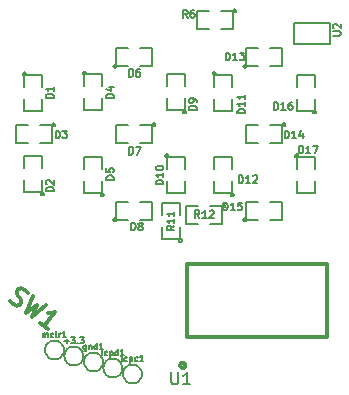
<source format=gto>
G04 (created by PCBNEW-RS274X (2012-01-19 BZR 3256)-stable) date 8/30/2012 9:43:42 AM*
G01*
G70*
G90*
%MOIN*%
G04 Gerber Fmt 3.4, Leading zero omitted, Abs format*
%FSLAX34Y34*%
G04 APERTURE LIST*
%ADD10C,0.006000*%
%ADD11C,0.005000*%
%ADD12C,0.012000*%
%ADD13C,0.008000*%
G04 APERTURE END LIST*
G54D10*
G54D11*
X39576Y-30949D02*
X39576Y-31649D01*
X39576Y-31649D02*
X38376Y-31649D01*
X38376Y-31649D02*
X38376Y-30949D01*
X38376Y-30949D02*
X39576Y-30949D01*
G54D12*
X34756Y-42365D02*
X34754Y-42380D01*
X34750Y-42395D01*
X34742Y-42408D01*
X34733Y-42420D01*
X34721Y-42430D01*
X34707Y-42437D01*
X34692Y-42442D01*
X34677Y-42443D01*
X34663Y-42442D01*
X34648Y-42438D01*
X34634Y-42431D01*
X34622Y-42421D01*
X34612Y-42409D01*
X34605Y-42396D01*
X34600Y-42381D01*
X34599Y-42366D01*
X34600Y-42351D01*
X34604Y-42336D01*
X34611Y-42323D01*
X34621Y-42311D01*
X34632Y-42301D01*
X34646Y-42293D01*
X34661Y-42288D01*
X34676Y-42287D01*
X34690Y-42288D01*
X34705Y-42292D01*
X34719Y-42299D01*
X34731Y-42308D01*
X34741Y-42320D01*
X34749Y-42333D01*
X34754Y-42348D01*
X34755Y-42363D01*
X34756Y-42365D01*
X34835Y-38979D02*
X34835Y-41420D01*
X34835Y-41420D02*
X39481Y-41420D01*
X39481Y-41420D02*
X39481Y-38979D01*
X39481Y-38979D02*
X34835Y-38979D01*
G54D11*
X39130Y-33918D02*
X39129Y-33927D01*
X39126Y-33937D01*
X39121Y-33945D01*
X39115Y-33953D01*
X39107Y-33959D01*
X39099Y-33964D01*
X39090Y-33966D01*
X39080Y-33967D01*
X39071Y-33967D01*
X39062Y-33964D01*
X39053Y-33959D01*
X39046Y-33953D01*
X39039Y-33946D01*
X39035Y-33937D01*
X39032Y-33928D01*
X39031Y-33918D01*
X39031Y-33909D01*
X39034Y-33900D01*
X39038Y-33891D01*
X39045Y-33884D01*
X39052Y-33877D01*
X39060Y-33873D01*
X39070Y-33870D01*
X39079Y-33869D01*
X39088Y-33869D01*
X39098Y-33872D01*
X39106Y-33876D01*
X39114Y-33882D01*
X39120Y-33890D01*
X39125Y-33898D01*
X39128Y-33907D01*
X39129Y-33917D01*
X39130Y-33918D01*
X39080Y-33468D02*
X39080Y-33868D01*
X39080Y-33868D02*
X38480Y-33868D01*
X38480Y-33868D02*
X38480Y-33468D01*
X38480Y-33068D02*
X38480Y-32668D01*
X38480Y-32668D02*
X39080Y-32668D01*
X39080Y-32668D02*
X39080Y-33068D01*
X36450Y-30550D02*
X36449Y-30559D01*
X36446Y-30569D01*
X36441Y-30577D01*
X36435Y-30585D01*
X36427Y-30591D01*
X36419Y-30596D01*
X36410Y-30598D01*
X36400Y-30599D01*
X36391Y-30599D01*
X36382Y-30596D01*
X36373Y-30591D01*
X36366Y-30585D01*
X36359Y-30578D01*
X36355Y-30569D01*
X36352Y-30560D01*
X36351Y-30550D01*
X36351Y-30541D01*
X36354Y-30532D01*
X36358Y-30523D01*
X36365Y-30516D01*
X36372Y-30509D01*
X36380Y-30505D01*
X36390Y-30502D01*
X36399Y-30501D01*
X36408Y-30501D01*
X36418Y-30504D01*
X36426Y-30508D01*
X36434Y-30514D01*
X36440Y-30522D01*
X36445Y-30530D01*
X36448Y-30539D01*
X36449Y-30549D01*
X36450Y-30550D01*
X35950Y-30550D02*
X36350Y-30550D01*
X36350Y-30550D02*
X36350Y-31150D01*
X36350Y-31150D02*
X35950Y-31150D01*
X35550Y-31150D02*
X35150Y-31150D01*
X35150Y-31150D02*
X35150Y-30550D01*
X35150Y-30550D02*
X35550Y-30550D01*
X38530Y-35374D02*
X38529Y-35383D01*
X38526Y-35393D01*
X38521Y-35401D01*
X38515Y-35409D01*
X38507Y-35415D01*
X38499Y-35420D01*
X38490Y-35422D01*
X38480Y-35423D01*
X38471Y-35423D01*
X38462Y-35420D01*
X38453Y-35415D01*
X38446Y-35409D01*
X38439Y-35402D01*
X38435Y-35393D01*
X38432Y-35384D01*
X38431Y-35374D01*
X38431Y-35365D01*
X38434Y-35356D01*
X38438Y-35347D01*
X38445Y-35340D01*
X38452Y-35333D01*
X38460Y-35329D01*
X38470Y-35326D01*
X38479Y-35325D01*
X38488Y-35325D01*
X38498Y-35328D01*
X38506Y-35332D01*
X38514Y-35338D01*
X38520Y-35346D01*
X38525Y-35354D01*
X38528Y-35363D01*
X38529Y-35373D01*
X38530Y-35374D01*
X38480Y-35824D02*
X38480Y-35424D01*
X38480Y-35424D02*
X39080Y-35424D01*
X39080Y-35424D02*
X39080Y-35824D01*
X39080Y-36224D02*
X39080Y-36624D01*
X39080Y-36624D02*
X38480Y-36624D01*
X38480Y-36624D02*
X38480Y-36224D01*
X34799Y-33917D02*
X34798Y-33926D01*
X34795Y-33936D01*
X34790Y-33944D01*
X34784Y-33952D01*
X34776Y-33958D01*
X34768Y-33963D01*
X34759Y-33965D01*
X34749Y-33966D01*
X34740Y-33966D01*
X34731Y-33963D01*
X34722Y-33958D01*
X34715Y-33952D01*
X34708Y-33945D01*
X34704Y-33936D01*
X34701Y-33927D01*
X34700Y-33917D01*
X34700Y-33908D01*
X34703Y-33899D01*
X34707Y-33890D01*
X34714Y-33883D01*
X34721Y-33876D01*
X34729Y-33872D01*
X34739Y-33869D01*
X34748Y-33868D01*
X34757Y-33868D01*
X34767Y-33871D01*
X34775Y-33875D01*
X34783Y-33881D01*
X34789Y-33889D01*
X34794Y-33897D01*
X34797Y-33906D01*
X34798Y-33916D01*
X34799Y-33917D01*
X34749Y-33467D02*
X34749Y-33867D01*
X34749Y-33867D02*
X34149Y-33867D01*
X34149Y-33867D02*
X34149Y-33467D01*
X34149Y-33067D02*
X34149Y-32667D01*
X34149Y-32667D02*
X34749Y-32667D01*
X34749Y-32667D02*
X34749Y-33067D01*
X29450Y-32650D02*
X29449Y-32659D01*
X29446Y-32669D01*
X29441Y-32677D01*
X29435Y-32685D01*
X29427Y-32691D01*
X29419Y-32696D01*
X29410Y-32698D01*
X29400Y-32699D01*
X29391Y-32699D01*
X29382Y-32696D01*
X29373Y-32691D01*
X29366Y-32685D01*
X29359Y-32678D01*
X29355Y-32669D01*
X29352Y-32660D01*
X29351Y-32650D01*
X29351Y-32641D01*
X29354Y-32632D01*
X29358Y-32623D01*
X29365Y-32616D01*
X29372Y-32609D01*
X29380Y-32605D01*
X29390Y-32602D01*
X29399Y-32601D01*
X29408Y-32601D01*
X29418Y-32604D01*
X29426Y-32608D01*
X29434Y-32614D01*
X29440Y-32622D01*
X29445Y-32630D01*
X29448Y-32639D01*
X29449Y-32649D01*
X29450Y-32650D01*
X29400Y-33100D02*
X29400Y-32700D01*
X29400Y-32700D02*
X30000Y-32700D01*
X30000Y-32700D02*
X30000Y-33100D01*
X30000Y-33500D02*
X30000Y-33900D01*
X30000Y-33900D02*
X29400Y-33900D01*
X29400Y-33900D02*
X29400Y-33500D01*
X30050Y-36650D02*
X30049Y-36659D01*
X30046Y-36669D01*
X30041Y-36677D01*
X30035Y-36685D01*
X30027Y-36691D01*
X30019Y-36696D01*
X30010Y-36698D01*
X30000Y-36699D01*
X29991Y-36699D01*
X29982Y-36696D01*
X29973Y-36691D01*
X29966Y-36685D01*
X29959Y-36678D01*
X29955Y-36669D01*
X29952Y-36660D01*
X29951Y-36650D01*
X29951Y-36641D01*
X29954Y-36632D01*
X29958Y-36623D01*
X29965Y-36616D01*
X29972Y-36609D01*
X29980Y-36605D01*
X29990Y-36602D01*
X29999Y-36601D01*
X30008Y-36601D01*
X30018Y-36604D01*
X30026Y-36608D01*
X30034Y-36614D01*
X30040Y-36622D01*
X30045Y-36630D01*
X30048Y-36639D01*
X30049Y-36649D01*
X30050Y-36650D01*
X30000Y-36200D02*
X30000Y-36600D01*
X30000Y-36600D02*
X29400Y-36600D01*
X29400Y-36600D02*
X29400Y-36200D01*
X29400Y-35800D02*
X29400Y-35400D01*
X29400Y-35400D02*
X30000Y-35400D01*
X30000Y-35400D02*
X30000Y-35800D01*
X30424Y-34345D02*
X30423Y-34354D01*
X30420Y-34364D01*
X30415Y-34372D01*
X30409Y-34380D01*
X30401Y-34386D01*
X30393Y-34391D01*
X30384Y-34393D01*
X30374Y-34394D01*
X30365Y-34394D01*
X30356Y-34391D01*
X30347Y-34386D01*
X30340Y-34380D01*
X30333Y-34373D01*
X30329Y-34364D01*
X30326Y-34355D01*
X30325Y-34345D01*
X30325Y-34336D01*
X30328Y-34327D01*
X30332Y-34318D01*
X30339Y-34311D01*
X30346Y-34304D01*
X30354Y-34300D01*
X30364Y-34297D01*
X30373Y-34296D01*
X30382Y-34296D01*
X30392Y-34299D01*
X30400Y-34303D01*
X30408Y-34309D01*
X30414Y-34317D01*
X30419Y-34325D01*
X30422Y-34334D01*
X30423Y-34344D01*
X30424Y-34345D01*
X29924Y-34345D02*
X30324Y-34345D01*
X30324Y-34345D02*
X30324Y-34945D01*
X30324Y-34945D02*
X29924Y-34945D01*
X29524Y-34945D02*
X29124Y-34945D01*
X29124Y-34945D02*
X29124Y-34345D01*
X29124Y-34345D02*
X29524Y-34345D01*
X31443Y-32617D02*
X31442Y-32626D01*
X31439Y-32636D01*
X31434Y-32644D01*
X31428Y-32652D01*
X31420Y-32658D01*
X31412Y-32663D01*
X31403Y-32665D01*
X31393Y-32666D01*
X31384Y-32666D01*
X31375Y-32663D01*
X31366Y-32658D01*
X31359Y-32652D01*
X31352Y-32645D01*
X31348Y-32636D01*
X31345Y-32627D01*
X31344Y-32617D01*
X31344Y-32608D01*
X31347Y-32599D01*
X31351Y-32590D01*
X31358Y-32583D01*
X31365Y-32576D01*
X31373Y-32572D01*
X31383Y-32569D01*
X31392Y-32568D01*
X31401Y-32568D01*
X31411Y-32571D01*
X31419Y-32575D01*
X31427Y-32581D01*
X31433Y-32589D01*
X31438Y-32597D01*
X31441Y-32606D01*
X31442Y-32616D01*
X31443Y-32617D01*
X31393Y-33067D02*
X31393Y-32667D01*
X31393Y-32667D02*
X31993Y-32667D01*
X31993Y-32667D02*
X31993Y-33067D01*
X31993Y-33467D02*
X31993Y-33867D01*
X31993Y-33867D02*
X31393Y-33867D01*
X31393Y-33867D02*
X31393Y-33467D01*
X32043Y-36673D02*
X32042Y-36682D01*
X32039Y-36692D01*
X32034Y-36700D01*
X32028Y-36708D01*
X32020Y-36714D01*
X32012Y-36719D01*
X32003Y-36721D01*
X31993Y-36722D01*
X31984Y-36722D01*
X31975Y-36719D01*
X31966Y-36714D01*
X31959Y-36708D01*
X31952Y-36701D01*
X31948Y-36692D01*
X31945Y-36683D01*
X31944Y-36673D01*
X31944Y-36664D01*
X31947Y-36655D01*
X31951Y-36646D01*
X31958Y-36639D01*
X31965Y-36632D01*
X31973Y-36628D01*
X31983Y-36625D01*
X31992Y-36624D01*
X32001Y-36624D01*
X32011Y-36627D01*
X32019Y-36631D01*
X32027Y-36637D01*
X32033Y-36645D01*
X32038Y-36653D01*
X32041Y-36662D01*
X32042Y-36672D01*
X32043Y-36673D01*
X31993Y-36223D02*
X31993Y-36623D01*
X31993Y-36623D02*
X31393Y-36623D01*
X31393Y-36623D02*
X31393Y-36223D01*
X31393Y-35823D02*
X31393Y-35423D01*
X31393Y-35423D02*
X31993Y-35423D01*
X31993Y-35423D02*
X31993Y-35823D01*
X32471Y-32386D02*
X32470Y-32395D01*
X32467Y-32405D01*
X32462Y-32413D01*
X32456Y-32421D01*
X32448Y-32427D01*
X32440Y-32432D01*
X32431Y-32434D01*
X32421Y-32435D01*
X32412Y-32435D01*
X32403Y-32432D01*
X32394Y-32427D01*
X32387Y-32421D01*
X32380Y-32414D01*
X32376Y-32405D01*
X32373Y-32396D01*
X32372Y-32386D01*
X32372Y-32377D01*
X32375Y-32368D01*
X32379Y-32359D01*
X32386Y-32352D01*
X32393Y-32345D01*
X32401Y-32341D01*
X32411Y-32338D01*
X32420Y-32337D01*
X32429Y-32337D01*
X32439Y-32340D01*
X32447Y-32344D01*
X32455Y-32350D01*
X32461Y-32358D01*
X32466Y-32366D01*
X32469Y-32375D01*
X32470Y-32385D01*
X32471Y-32386D01*
X32871Y-32386D02*
X32471Y-32386D01*
X32471Y-32386D02*
X32471Y-31786D01*
X32471Y-31786D02*
X32871Y-31786D01*
X33271Y-31786D02*
X33671Y-31786D01*
X33671Y-31786D02*
X33671Y-32386D01*
X33671Y-32386D02*
X33271Y-32386D01*
X33771Y-34345D02*
X33770Y-34354D01*
X33767Y-34364D01*
X33762Y-34372D01*
X33756Y-34380D01*
X33748Y-34386D01*
X33740Y-34391D01*
X33731Y-34393D01*
X33721Y-34394D01*
X33712Y-34394D01*
X33703Y-34391D01*
X33694Y-34386D01*
X33687Y-34380D01*
X33680Y-34373D01*
X33676Y-34364D01*
X33673Y-34355D01*
X33672Y-34345D01*
X33672Y-34336D01*
X33675Y-34327D01*
X33679Y-34318D01*
X33686Y-34311D01*
X33693Y-34304D01*
X33701Y-34300D01*
X33711Y-34297D01*
X33720Y-34296D01*
X33729Y-34296D01*
X33739Y-34299D01*
X33747Y-34303D01*
X33755Y-34309D01*
X33761Y-34317D01*
X33766Y-34325D01*
X33769Y-34334D01*
X33770Y-34344D01*
X33771Y-34345D01*
X33271Y-34345D02*
X33671Y-34345D01*
X33671Y-34345D02*
X33671Y-34945D01*
X33671Y-34945D02*
X33271Y-34945D01*
X32871Y-34945D02*
X32471Y-34945D01*
X32471Y-34945D02*
X32471Y-34345D01*
X32471Y-34345D02*
X32871Y-34345D01*
X32471Y-37504D02*
X32470Y-37513D01*
X32467Y-37523D01*
X32462Y-37531D01*
X32456Y-37539D01*
X32448Y-37545D01*
X32440Y-37550D01*
X32431Y-37552D01*
X32421Y-37553D01*
X32412Y-37553D01*
X32403Y-37550D01*
X32394Y-37545D01*
X32387Y-37539D01*
X32380Y-37532D01*
X32376Y-37523D01*
X32373Y-37514D01*
X32372Y-37504D01*
X32372Y-37495D01*
X32375Y-37486D01*
X32379Y-37477D01*
X32386Y-37470D01*
X32393Y-37463D01*
X32401Y-37459D01*
X32411Y-37456D01*
X32420Y-37455D01*
X32429Y-37455D01*
X32439Y-37458D01*
X32447Y-37462D01*
X32455Y-37468D01*
X32461Y-37476D01*
X32466Y-37484D01*
X32469Y-37493D01*
X32470Y-37503D01*
X32471Y-37504D01*
X32871Y-37504D02*
X32471Y-37504D01*
X32471Y-37504D02*
X32471Y-36904D01*
X32471Y-36904D02*
X32871Y-36904D01*
X33271Y-36904D02*
X33671Y-36904D01*
X33671Y-36904D02*
X33671Y-37504D01*
X33671Y-37504D02*
X33271Y-37504D01*
X34199Y-35373D02*
X34198Y-35382D01*
X34195Y-35392D01*
X34190Y-35400D01*
X34184Y-35408D01*
X34176Y-35414D01*
X34168Y-35419D01*
X34159Y-35421D01*
X34149Y-35422D01*
X34140Y-35422D01*
X34131Y-35419D01*
X34122Y-35414D01*
X34115Y-35408D01*
X34108Y-35401D01*
X34104Y-35392D01*
X34101Y-35383D01*
X34100Y-35373D01*
X34100Y-35364D01*
X34103Y-35355D01*
X34107Y-35346D01*
X34114Y-35339D01*
X34121Y-35332D01*
X34129Y-35328D01*
X34139Y-35325D01*
X34148Y-35324D01*
X34157Y-35324D01*
X34167Y-35327D01*
X34175Y-35331D01*
X34183Y-35337D01*
X34189Y-35345D01*
X34194Y-35353D01*
X34197Y-35362D01*
X34198Y-35372D01*
X34199Y-35373D01*
X34149Y-35823D02*
X34149Y-35423D01*
X34149Y-35423D02*
X34749Y-35423D01*
X34749Y-35423D02*
X34749Y-35823D01*
X34749Y-36223D02*
X34749Y-36623D01*
X34749Y-36623D02*
X34149Y-36623D01*
X34149Y-36623D02*
X34149Y-36223D01*
X35774Y-32618D02*
X35773Y-32627D01*
X35770Y-32637D01*
X35765Y-32645D01*
X35759Y-32653D01*
X35751Y-32659D01*
X35743Y-32664D01*
X35734Y-32666D01*
X35724Y-32667D01*
X35715Y-32667D01*
X35706Y-32664D01*
X35697Y-32659D01*
X35690Y-32653D01*
X35683Y-32646D01*
X35679Y-32637D01*
X35676Y-32628D01*
X35675Y-32618D01*
X35675Y-32609D01*
X35678Y-32600D01*
X35682Y-32591D01*
X35689Y-32584D01*
X35696Y-32577D01*
X35704Y-32573D01*
X35714Y-32570D01*
X35723Y-32569D01*
X35732Y-32569D01*
X35742Y-32572D01*
X35750Y-32576D01*
X35758Y-32582D01*
X35764Y-32590D01*
X35769Y-32598D01*
X35772Y-32607D01*
X35773Y-32617D01*
X35774Y-32618D01*
X35724Y-33068D02*
X35724Y-32668D01*
X35724Y-32668D02*
X36324Y-32668D01*
X36324Y-32668D02*
X36324Y-33068D01*
X36324Y-33468D02*
X36324Y-33868D01*
X36324Y-33868D02*
X35724Y-33868D01*
X35724Y-33868D02*
X35724Y-33468D01*
X36374Y-36674D02*
X36373Y-36683D01*
X36370Y-36693D01*
X36365Y-36701D01*
X36359Y-36709D01*
X36351Y-36715D01*
X36343Y-36720D01*
X36334Y-36722D01*
X36324Y-36723D01*
X36315Y-36723D01*
X36306Y-36720D01*
X36297Y-36715D01*
X36290Y-36709D01*
X36283Y-36702D01*
X36279Y-36693D01*
X36276Y-36684D01*
X36275Y-36674D01*
X36275Y-36665D01*
X36278Y-36656D01*
X36282Y-36647D01*
X36289Y-36640D01*
X36296Y-36633D01*
X36304Y-36629D01*
X36314Y-36626D01*
X36323Y-36625D01*
X36332Y-36625D01*
X36342Y-36628D01*
X36350Y-36632D01*
X36358Y-36638D01*
X36364Y-36646D01*
X36369Y-36654D01*
X36372Y-36663D01*
X36373Y-36673D01*
X36374Y-36674D01*
X36324Y-36224D02*
X36324Y-36624D01*
X36324Y-36624D02*
X35724Y-36624D01*
X35724Y-36624D02*
X35724Y-36224D01*
X35724Y-35824D02*
X35724Y-35424D01*
X35724Y-35424D02*
X36324Y-35424D01*
X36324Y-35424D02*
X36324Y-35824D01*
X36802Y-32387D02*
X36801Y-32396D01*
X36798Y-32406D01*
X36793Y-32414D01*
X36787Y-32422D01*
X36779Y-32428D01*
X36771Y-32433D01*
X36762Y-32435D01*
X36752Y-32436D01*
X36743Y-32436D01*
X36734Y-32433D01*
X36725Y-32428D01*
X36718Y-32422D01*
X36711Y-32415D01*
X36707Y-32406D01*
X36704Y-32397D01*
X36703Y-32387D01*
X36703Y-32378D01*
X36706Y-32369D01*
X36710Y-32360D01*
X36717Y-32353D01*
X36724Y-32346D01*
X36732Y-32342D01*
X36742Y-32339D01*
X36751Y-32338D01*
X36760Y-32338D01*
X36770Y-32341D01*
X36778Y-32345D01*
X36786Y-32351D01*
X36792Y-32359D01*
X36797Y-32367D01*
X36800Y-32376D01*
X36801Y-32386D01*
X36802Y-32387D01*
X37202Y-32387D02*
X36802Y-32387D01*
X36802Y-32387D02*
X36802Y-31787D01*
X36802Y-31787D02*
X37202Y-31787D01*
X37602Y-31787D02*
X38002Y-31787D01*
X38002Y-31787D02*
X38002Y-32387D01*
X38002Y-32387D02*
X37602Y-32387D01*
X38102Y-34346D02*
X38101Y-34355D01*
X38098Y-34365D01*
X38093Y-34373D01*
X38087Y-34381D01*
X38079Y-34387D01*
X38071Y-34392D01*
X38062Y-34394D01*
X38052Y-34395D01*
X38043Y-34395D01*
X38034Y-34392D01*
X38025Y-34387D01*
X38018Y-34381D01*
X38011Y-34374D01*
X38007Y-34365D01*
X38004Y-34356D01*
X38003Y-34346D01*
X38003Y-34337D01*
X38006Y-34328D01*
X38010Y-34319D01*
X38017Y-34312D01*
X38024Y-34305D01*
X38032Y-34301D01*
X38042Y-34298D01*
X38051Y-34297D01*
X38060Y-34297D01*
X38070Y-34300D01*
X38078Y-34304D01*
X38086Y-34310D01*
X38092Y-34318D01*
X38097Y-34326D01*
X38100Y-34335D01*
X38101Y-34345D01*
X38102Y-34346D01*
X37602Y-34346D02*
X38002Y-34346D01*
X38002Y-34346D02*
X38002Y-34946D01*
X38002Y-34946D02*
X37602Y-34946D01*
X37202Y-34946D02*
X36802Y-34946D01*
X36802Y-34946D02*
X36802Y-34346D01*
X36802Y-34346D02*
X37202Y-34346D01*
X36802Y-37505D02*
X36801Y-37514D01*
X36798Y-37524D01*
X36793Y-37532D01*
X36787Y-37540D01*
X36779Y-37546D01*
X36771Y-37551D01*
X36762Y-37553D01*
X36752Y-37554D01*
X36743Y-37554D01*
X36734Y-37551D01*
X36725Y-37546D01*
X36718Y-37540D01*
X36711Y-37533D01*
X36707Y-37524D01*
X36704Y-37515D01*
X36703Y-37505D01*
X36703Y-37496D01*
X36706Y-37487D01*
X36710Y-37478D01*
X36717Y-37471D01*
X36724Y-37464D01*
X36732Y-37460D01*
X36742Y-37457D01*
X36751Y-37456D01*
X36760Y-37456D01*
X36770Y-37459D01*
X36778Y-37463D01*
X36786Y-37469D01*
X36792Y-37477D01*
X36797Y-37485D01*
X36800Y-37494D01*
X36801Y-37504D01*
X36802Y-37505D01*
X37202Y-37505D02*
X36802Y-37505D01*
X36802Y-37505D02*
X36802Y-36905D01*
X36802Y-36905D02*
X37202Y-36905D01*
X37602Y-36905D02*
X38002Y-36905D01*
X38002Y-36905D02*
X38002Y-37505D01*
X38002Y-37505D02*
X37602Y-37505D01*
X31366Y-42050D02*
X31359Y-42111D01*
X31342Y-42170D01*
X31313Y-42224D01*
X31274Y-42272D01*
X31226Y-42311D01*
X31172Y-42341D01*
X31113Y-42359D01*
X31052Y-42365D01*
X30991Y-42360D01*
X30932Y-42342D01*
X30877Y-42314D01*
X30829Y-42275D01*
X30790Y-42228D01*
X30760Y-42174D01*
X30741Y-42115D01*
X30735Y-42054D01*
X30740Y-41993D01*
X30757Y-41934D01*
X30785Y-41879D01*
X30823Y-41831D01*
X30870Y-41791D01*
X30924Y-41761D01*
X30983Y-41742D01*
X31044Y-41735D01*
X31104Y-41739D01*
X31164Y-41756D01*
X31219Y-41784D01*
X31267Y-41822D01*
X31308Y-41868D01*
X31338Y-41922D01*
X31358Y-41980D01*
X31365Y-42042D01*
X31366Y-42050D01*
X32016Y-42250D02*
X32009Y-42311D01*
X31992Y-42370D01*
X31963Y-42424D01*
X31924Y-42472D01*
X31876Y-42511D01*
X31822Y-42541D01*
X31763Y-42559D01*
X31702Y-42565D01*
X31641Y-42560D01*
X31582Y-42542D01*
X31527Y-42514D01*
X31479Y-42475D01*
X31440Y-42428D01*
X31410Y-42374D01*
X31391Y-42315D01*
X31385Y-42254D01*
X31390Y-42193D01*
X31407Y-42134D01*
X31435Y-42079D01*
X31473Y-42031D01*
X31520Y-41991D01*
X31574Y-41961D01*
X31633Y-41942D01*
X31694Y-41935D01*
X31754Y-41939D01*
X31814Y-41956D01*
X31869Y-41984D01*
X31917Y-42022D01*
X31958Y-42068D01*
X31988Y-42122D01*
X32008Y-42180D01*
X32015Y-42242D01*
X32016Y-42250D01*
X33316Y-42650D02*
X33309Y-42711D01*
X33292Y-42770D01*
X33263Y-42824D01*
X33224Y-42872D01*
X33176Y-42911D01*
X33122Y-42941D01*
X33063Y-42959D01*
X33002Y-42965D01*
X32941Y-42960D01*
X32882Y-42942D01*
X32827Y-42914D01*
X32779Y-42875D01*
X32740Y-42828D01*
X32710Y-42774D01*
X32691Y-42715D01*
X32685Y-42654D01*
X32690Y-42593D01*
X32707Y-42534D01*
X32735Y-42479D01*
X32773Y-42431D01*
X32820Y-42391D01*
X32874Y-42361D01*
X32933Y-42342D01*
X32994Y-42335D01*
X33054Y-42339D01*
X33114Y-42356D01*
X33169Y-42384D01*
X33217Y-42422D01*
X33258Y-42468D01*
X33288Y-42522D01*
X33308Y-42580D01*
X33315Y-42642D01*
X33316Y-42650D01*
X32666Y-42450D02*
X32659Y-42511D01*
X32642Y-42570D01*
X32613Y-42624D01*
X32574Y-42672D01*
X32526Y-42711D01*
X32472Y-42741D01*
X32413Y-42759D01*
X32352Y-42765D01*
X32291Y-42760D01*
X32232Y-42742D01*
X32177Y-42714D01*
X32129Y-42675D01*
X32090Y-42628D01*
X32060Y-42574D01*
X32041Y-42515D01*
X32035Y-42454D01*
X32040Y-42393D01*
X32057Y-42334D01*
X32085Y-42279D01*
X32123Y-42231D01*
X32170Y-42191D01*
X32224Y-42161D01*
X32283Y-42142D01*
X32344Y-42135D01*
X32404Y-42139D01*
X32464Y-42156D01*
X32519Y-42184D01*
X32567Y-42222D01*
X32608Y-42268D01*
X32638Y-42322D01*
X32658Y-42380D01*
X32665Y-42442D01*
X32666Y-42450D01*
X30716Y-41850D02*
X30709Y-41911D01*
X30692Y-41970D01*
X30663Y-42024D01*
X30624Y-42072D01*
X30576Y-42111D01*
X30522Y-42141D01*
X30463Y-42159D01*
X30402Y-42165D01*
X30341Y-42160D01*
X30282Y-42142D01*
X30227Y-42114D01*
X30179Y-42075D01*
X30140Y-42028D01*
X30110Y-41974D01*
X30091Y-41915D01*
X30085Y-41854D01*
X30090Y-41793D01*
X30107Y-41734D01*
X30135Y-41679D01*
X30173Y-41631D01*
X30220Y-41591D01*
X30274Y-41561D01*
X30333Y-41542D01*
X30394Y-41535D01*
X30454Y-41539D01*
X30514Y-41556D01*
X30569Y-41584D01*
X30617Y-41622D01*
X30658Y-41668D01*
X30688Y-41722D01*
X30708Y-41780D01*
X30715Y-41842D01*
X30716Y-41850D01*
X34650Y-38200D02*
X34649Y-38209D01*
X34646Y-38219D01*
X34641Y-38227D01*
X34635Y-38235D01*
X34627Y-38241D01*
X34619Y-38246D01*
X34610Y-38248D01*
X34600Y-38249D01*
X34591Y-38249D01*
X34582Y-38246D01*
X34573Y-38241D01*
X34566Y-38235D01*
X34559Y-38228D01*
X34555Y-38219D01*
X34552Y-38210D01*
X34551Y-38200D01*
X34551Y-38191D01*
X34554Y-38182D01*
X34558Y-38173D01*
X34565Y-38166D01*
X34572Y-38159D01*
X34580Y-38155D01*
X34590Y-38152D01*
X34599Y-38151D01*
X34608Y-38151D01*
X34618Y-38154D01*
X34626Y-38158D01*
X34634Y-38164D01*
X34640Y-38172D01*
X34645Y-38180D01*
X34648Y-38189D01*
X34649Y-38199D01*
X34650Y-38200D01*
X34600Y-37750D02*
X34600Y-38150D01*
X34600Y-38150D02*
X34000Y-38150D01*
X34000Y-38150D02*
X34000Y-37750D01*
X34000Y-37350D02*
X34000Y-36950D01*
X34000Y-36950D02*
X34600Y-36950D01*
X34600Y-36950D02*
X34600Y-37350D01*
X36100Y-37050D02*
X36099Y-37059D01*
X36096Y-37069D01*
X36091Y-37077D01*
X36085Y-37085D01*
X36077Y-37091D01*
X36069Y-37096D01*
X36060Y-37098D01*
X36050Y-37099D01*
X36041Y-37099D01*
X36032Y-37096D01*
X36023Y-37091D01*
X36016Y-37085D01*
X36009Y-37078D01*
X36005Y-37069D01*
X36002Y-37060D01*
X36001Y-37050D01*
X36001Y-37041D01*
X36004Y-37032D01*
X36008Y-37023D01*
X36015Y-37016D01*
X36022Y-37009D01*
X36030Y-37005D01*
X36040Y-37002D01*
X36049Y-37001D01*
X36058Y-37001D01*
X36068Y-37004D01*
X36076Y-37008D01*
X36084Y-37014D01*
X36090Y-37022D01*
X36095Y-37030D01*
X36098Y-37039D01*
X36099Y-37049D01*
X36100Y-37050D01*
X35600Y-37050D02*
X36000Y-37050D01*
X36000Y-37050D02*
X36000Y-37650D01*
X36000Y-37650D02*
X35600Y-37650D01*
X35200Y-37650D02*
X34800Y-37650D01*
X34800Y-37650D02*
X34800Y-37050D01*
X34800Y-37050D02*
X35200Y-37050D01*
G54D12*
X28927Y-40203D02*
X28980Y-40277D01*
X29095Y-40361D01*
X29158Y-40371D01*
X29198Y-40365D01*
X29254Y-40336D01*
X29289Y-40289D01*
X29299Y-40226D01*
X29292Y-40187D01*
X29263Y-40130D01*
X29188Y-40040D01*
X29158Y-39982D01*
X29152Y-39942D01*
X29162Y-39879D01*
X29196Y-39833D01*
X29253Y-39804D01*
X29292Y-39797D01*
X29356Y-39809D01*
X29471Y-39892D01*
X29524Y-39965D01*
X29702Y-40060D02*
X29465Y-40630D01*
X29809Y-40350D01*
X29649Y-40764D01*
X30118Y-40362D01*
X30204Y-41167D02*
X29927Y-40965D01*
X30066Y-41066D02*
X30419Y-40581D01*
X30322Y-40617D01*
X30242Y-40629D01*
X30179Y-40618D01*
G54D11*
X39693Y-31371D02*
X39896Y-31371D01*
X39919Y-31360D01*
X39931Y-31348D01*
X39943Y-31324D01*
X39943Y-31276D01*
X39931Y-31252D01*
X39919Y-31241D01*
X39896Y-31229D01*
X39693Y-31229D01*
X39717Y-31121D02*
X39705Y-31109D01*
X39693Y-31086D01*
X39693Y-31026D01*
X39705Y-31002D01*
X39717Y-30990D01*
X39741Y-30979D01*
X39765Y-30979D01*
X39800Y-30990D01*
X39943Y-31133D01*
X39943Y-30979D01*
G54D13*
X34301Y-42597D02*
X34301Y-42921D01*
X34320Y-42959D01*
X34339Y-42978D01*
X34377Y-42997D01*
X34454Y-42997D01*
X34492Y-42978D01*
X34511Y-42959D01*
X34530Y-42921D01*
X34530Y-42597D01*
X34930Y-42997D02*
X34701Y-42997D01*
X34815Y-42997D02*
X34815Y-42597D01*
X34777Y-42654D01*
X34739Y-42692D01*
X34701Y-42711D01*
G54D11*
X37728Y-33841D02*
X37728Y-33591D01*
X37787Y-33591D01*
X37823Y-33603D01*
X37847Y-33627D01*
X37858Y-33651D01*
X37870Y-33698D01*
X37870Y-33734D01*
X37858Y-33782D01*
X37847Y-33805D01*
X37823Y-33829D01*
X37787Y-33841D01*
X37728Y-33841D01*
X38108Y-33841D02*
X37966Y-33841D01*
X38037Y-33841D02*
X38037Y-33591D01*
X38013Y-33627D01*
X37989Y-33651D01*
X37966Y-33663D01*
X38323Y-33591D02*
X38275Y-33591D01*
X38251Y-33603D01*
X38239Y-33615D01*
X38216Y-33651D01*
X38204Y-33698D01*
X38204Y-33794D01*
X38216Y-33817D01*
X38227Y-33829D01*
X38251Y-33841D01*
X38299Y-33841D01*
X38323Y-33829D01*
X38335Y-33817D01*
X38346Y-33794D01*
X38346Y-33734D01*
X38335Y-33710D01*
X38323Y-33698D01*
X38299Y-33686D01*
X38251Y-33686D01*
X38227Y-33698D01*
X38216Y-33710D01*
X38204Y-33734D01*
X34840Y-30770D02*
X34757Y-30651D01*
X34698Y-30770D02*
X34698Y-30520D01*
X34793Y-30520D01*
X34817Y-30532D01*
X34828Y-30544D01*
X34840Y-30568D01*
X34840Y-30604D01*
X34828Y-30627D01*
X34817Y-30639D01*
X34793Y-30651D01*
X34698Y-30651D01*
X35055Y-30520D02*
X35007Y-30520D01*
X34983Y-30532D01*
X34971Y-30544D01*
X34948Y-30580D01*
X34936Y-30627D01*
X34936Y-30723D01*
X34948Y-30746D01*
X34959Y-30758D01*
X34983Y-30770D01*
X35031Y-30770D01*
X35055Y-30758D01*
X35067Y-30746D01*
X35078Y-30723D01*
X35078Y-30663D01*
X35067Y-30639D01*
X35055Y-30627D01*
X35031Y-30615D01*
X34983Y-30615D01*
X34959Y-30627D01*
X34948Y-30639D01*
X34936Y-30663D01*
X38555Y-35298D02*
X38555Y-35048D01*
X38614Y-35048D01*
X38650Y-35060D01*
X38674Y-35084D01*
X38685Y-35108D01*
X38697Y-35155D01*
X38697Y-35191D01*
X38685Y-35239D01*
X38674Y-35262D01*
X38650Y-35286D01*
X38614Y-35298D01*
X38555Y-35298D01*
X38935Y-35298D02*
X38793Y-35298D01*
X38864Y-35298D02*
X38864Y-35048D01*
X38840Y-35084D01*
X38816Y-35108D01*
X38793Y-35120D01*
X39019Y-35048D02*
X39185Y-35048D01*
X39078Y-35298D01*
X35140Y-33845D02*
X34890Y-33845D01*
X34890Y-33786D01*
X34902Y-33750D01*
X34926Y-33726D01*
X34950Y-33715D01*
X34997Y-33703D01*
X35033Y-33703D01*
X35081Y-33715D01*
X35104Y-33726D01*
X35128Y-33750D01*
X35140Y-33786D01*
X35140Y-33845D01*
X35140Y-33584D02*
X35140Y-33536D01*
X35128Y-33512D01*
X35116Y-33500D01*
X35081Y-33476D01*
X35033Y-33465D01*
X34938Y-33465D01*
X34914Y-33476D01*
X34902Y-33488D01*
X34890Y-33512D01*
X34890Y-33560D01*
X34902Y-33584D01*
X34914Y-33595D01*
X34938Y-33607D01*
X34997Y-33607D01*
X35021Y-33595D01*
X35033Y-33584D01*
X35045Y-33560D01*
X35045Y-33512D01*
X35033Y-33488D01*
X35021Y-33476D01*
X34997Y-33465D01*
X30377Y-33452D02*
X30127Y-33452D01*
X30127Y-33393D01*
X30139Y-33357D01*
X30163Y-33333D01*
X30187Y-33322D01*
X30234Y-33310D01*
X30270Y-33310D01*
X30318Y-33322D01*
X30341Y-33333D01*
X30365Y-33357D01*
X30377Y-33393D01*
X30377Y-33452D01*
X30377Y-33072D02*
X30377Y-33214D01*
X30377Y-33143D02*
X30127Y-33143D01*
X30163Y-33167D01*
X30187Y-33191D01*
X30199Y-33214D01*
X30377Y-36562D02*
X30127Y-36562D01*
X30127Y-36503D01*
X30139Y-36467D01*
X30163Y-36443D01*
X30187Y-36432D01*
X30234Y-36420D01*
X30270Y-36420D01*
X30318Y-36432D01*
X30341Y-36443D01*
X30365Y-36467D01*
X30377Y-36503D01*
X30377Y-36562D01*
X30151Y-36324D02*
X30139Y-36312D01*
X30127Y-36289D01*
X30127Y-36229D01*
X30139Y-36205D01*
X30151Y-36193D01*
X30175Y-36182D01*
X30199Y-36182D01*
X30234Y-36193D01*
X30377Y-36336D01*
X30377Y-36182D01*
X30446Y-34786D02*
X30446Y-34536D01*
X30505Y-34536D01*
X30541Y-34548D01*
X30565Y-34572D01*
X30576Y-34596D01*
X30588Y-34643D01*
X30588Y-34679D01*
X30576Y-34727D01*
X30565Y-34750D01*
X30541Y-34774D01*
X30505Y-34786D01*
X30446Y-34786D01*
X30672Y-34536D02*
X30826Y-34536D01*
X30743Y-34631D01*
X30779Y-34631D01*
X30803Y-34643D01*
X30815Y-34655D01*
X30826Y-34679D01*
X30826Y-34739D01*
X30815Y-34762D01*
X30803Y-34774D01*
X30779Y-34786D01*
X30707Y-34786D01*
X30684Y-34774D01*
X30672Y-34762D01*
X32384Y-33452D02*
X32134Y-33452D01*
X32134Y-33393D01*
X32146Y-33357D01*
X32170Y-33333D01*
X32194Y-33322D01*
X32241Y-33310D01*
X32277Y-33310D01*
X32325Y-33322D01*
X32348Y-33333D01*
X32372Y-33357D01*
X32384Y-33393D01*
X32384Y-33452D01*
X32218Y-33095D02*
X32384Y-33095D01*
X32122Y-33155D02*
X32301Y-33214D01*
X32301Y-33060D01*
X32384Y-36168D02*
X32134Y-36168D01*
X32134Y-36109D01*
X32146Y-36073D01*
X32170Y-36049D01*
X32194Y-36038D01*
X32241Y-36026D01*
X32277Y-36026D01*
X32325Y-36038D01*
X32348Y-36049D01*
X32372Y-36073D01*
X32384Y-36109D01*
X32384Y-36168D01*
X32134Y-35799D02*
X32134Y-35918D01*
X32253Y-35930D01*
X32241Y-35918D01*
X32229Y-35895D01*
X32229Y-35835D01*
X32241Y-35811D01*
X32253Y-35799D01*
X32277Y-35788D01*
X32337Y-35788D01*
X32360Y-35799D01*
X32372Y-35811D01*
X32384Y-35835D01*
X32384Y-35895D01*
X32372Y-35918D01*
X32360Y-35930D01*
X32887Y-32739D02*
X32887Y-32489D01*
X32946Y-32489D01*
X32982Y-32501D01*
X33006Y-32525D01*
X33017Y-32549D01*
X33029Y-32596D01*
X33029Y-32632D01*
X33017Y-32680D01*
X33006Y-32703D01*
X32982Y-32727D01*
X32946Y-32739D01*
X32887Y-32739D01*
X33244Y-32489D02*
X33196Y-32489D01*
X33172Y-32501D01*
X33160Y-32513D01*
X33137Y-32549D01*
X33125Y-32596D01*
X33125Y-32692D01*
X33137Y-32715D01*
X33148Y-32727D01*
X33172Y-32739D01*
X33220Y-32739D01*
X33244Y-32727D01*
X33256Y-32715D01*
X33267Y-32692D01*
X33267Y-32632D01*
X33256Y-32608D01*
X33244Y-32596D01*
X33220Y-32584D01*
X33172Y-32584D01*
X33148Y-32596D01*
X33137Y-32608D01*
X33125Y-32632D01*
X32887Y-35337D02*
X32887Y-35087D01*
X32946Y-35087D01*
X32982Y-35099D01*
X33006Y-35123D01*
X33017Y-35147D01*
X33029Y-35194D01*
X33029Y-35230D01*
X33017Y-35278D01*
X33006Y-35301D01*
X32982Y-35325D01*
X32946Y-35337D01*
X32887Y-35337D01*
X33113Y-35087D02*
X33279Y-35087D01*
X33172Y-35337D01*
X32966Y-37857D02*
X32966Y-37607D01*
X33025Y-37607D01*
X33061Y-37619D01*
X33085Y-37643D01*
X33096Y-37667D01*
X33108Y-37714D01*
X33108Y-37750D01*
X33096Y-37798D01*
X33085Y-37821D01*
X33061Y-37845D01*
X33025Y-37857D01*
X32966Y-37857D01*
X33251Y-37714D02*
X33227Y-37702D01*
X33216Y-37691D01*
X33204Y-37667D01*
X33204Y-37655D01*
X33216Y-37631D01*
X33227Y-37619D01*
X33251Y-37607D01*
X33299Y-37607D01*
X33323Y-37619D01*
X33335Y-37631D01*
X33346Y-37655D01*
X33346Y-37667D01*
X33335Y-37691D01*
X33323Y-37702D01*
X33299Y-37714D01*
X33251Y-37714D01*
X33227Y-37726D01*
X33216Y-37738D01*
X33204Y-37762D01*
X33204Y-37810D01*
X33216Y-37833D01*
X33227Y-37845D01*
X33251Y-37857D01*
X33299Y-37857D01*
X33323Y-37845D01*
X33335Y-37833D01*
X33346Y-37810D01*
X33346Y-37762D01*
X33335Y-37738D01*
X33323Y-37726D01*
X33299Y-37714D01*
X34038Y-36327D02*
X33788Y-36327D01*
X33788Y-36268D01*
X33800Y-36232D01*
X33824Y-36208D01*
X33848Y-36197D01*
X33895Y-36185D01*
X33931Y-36185D01*
X33979Y-36197D01*
X34002Y-36208D01*
X34026Y-36232D01*
X34038Y-36268D01*
X34038Y-36327D01*
X34038Y-35947D02*
X34038Y-36089D01*
X34038Y-36018D02*
X33788Y-36018D01*
X33824Y-36042D01*
X33848Y-36066D01*
X33860Y-36089D01*
X33788Y-35792D02*
X33788Y-35768D01*
X33800Y-35744D01*
X33812Y-35732D01*
X33836Y-35720D01*
X33883Y-35709D01*
X33943Y-35709D01*
X33991Y-35720D01*
X34014Y-35732D01*
X34026Y-35744D01*
X34038Y-35768D01*
X34038Y-35792D01*
X34026Y-35816D01*
X34014Y-35828D01*
X33991Y-35839D01*
X33943Y-35851D01*
X33883Y-35851D01*
X33836Y-35839D01*
X33812Y-35828D01*
X33800Y-35816D01*
X33788Y-35792D01*
X36755Y-33964D02*
X36505Y-33964D01*
X36505Y-33905D01*
X36517Y-33869D01*
X36541Y-33845D01*
X36565Y-33834D01*
X36612Y-33822D01*
X36648Y-33822D01*
X36696Y-33834D01*
X36719Y-33845D01*
X36743Y-33869D01*
X36755Y-33905D01*
X36755Y-33964D01*
X36755Y-33584D02*
X36755Y-33726D01*
X36755Y-33655D02*
X36505Y-33655D01*
X36541Y-33679D01*
X36565Y-33703D01*
X36577Y-33726D01*
X36755Y-33346D02*
X36755Y-33488D01*
X36755Y-33417D02*
X36505Y-33417D01*
X36541Y-33441D01*
X36565Y-33465D01*
X36577Y-33488D01*
X36547Y-36282D02*
X36547Y-36032D01*
X36606Y-36032D01*
X36642Y-36044D01*
X36666Y-36068D01*
X36677Y-36092D01*
X36689Y-36139D01*
X36689Y-36175D01*
X36677Y-36223D01*
X36666Y-36246D01*
X36642Y-36270D01*
X36606Y-36282D01*
X36547Y-36282D01*
X36927Y-36282D02*
X36785Y-36282D01*
X36856Y-36282D02*
X36856Y-36032D01*
X36832Y-36068D01*
X36808Y-36092D01*
X36785Y-36104D01*
X37023Y-36056D02*
X37035Y-36044D01*
X37058Y-36032D01*
X37118Y-36032D01*
X37142Y-36044D01*
X37154Y-36056D01*
X37165Y-36080D01*
X37165Y-36104D01*
X37154Y-36139D01*
X37011Y-36282D01*
X37165Y-36282D01*
X36114Y-32188D02*
X36114Y-31938D01*
X36173Y-31938D01*
X36209Y-31950D01*
X36233Y-31974D01*
X36244Y-31998D01*
X36256Y-32045D01*
X36256Y-32081D01*
X36244Y-32129D01*
X36233Y-32152D01*
X36209Y-32176D01*
X36173Y-32188D01*
X36114Y-32188D01*
X36494Y-32188D02*
X36352Y-32188D01*
X36423Y-32188D02*
X36423Y-31938D01*
X36399Y-31974D01*
X36375Y-31998D01*
X36352Y-32010D01*
X36578Y-31938D02*
X36732Y-31938D01*
X36649Y-32033D01*
X36685Y-32033D01*
X36709Y-32045D01*
X36721Y-32057D01*
X36732Y-32081D01*
X36732Y-32141D01*
X36721Y-32164D01*
X36709Y-32176D01*
X36685Y-32188D01*
X36613Y-32188D01*
X36590Y-32176D01*
X36578Y-32164D01*
X38083Y-34786D02*
X38083Y-34536D01*
X38142Y-34536D01*
X38178Y-34548D01*
X38202Y-34572D01*
X38213Y-34596D01*
X38225Y-34643D01*
X38225Y-34679D01*
X38213Y-34727D01*
X38202Y-34750D01*
X38178Y-34774D01*
X38142Y-34786D01*
X38083Y-34786D01*
X38463Y-34786D02*
X38321Y-34786D01*
X38392Y-34786D02*
X38392Y-34536D01*
X38368Y-34572D01*
X38344Y-34596D01*
X38321Y-34608D01*
X38678Y-34620D02*
X38678Y-34786D01*
X38618Y-34524D02*
X38559Y-34703D01*
X38713Y-34703D01*
X36036Y-37188D02*
X36036Y-36938D01*
X36095Y-36938D01*
X36131Y-36950D01*
X36155Y-36974D01*
X36166Y-36998D01*
X36178Y-37045D01*
X36178Y-37081D01*
X36166Y-37129D01*
X36155Y-37152D01*
X36131Y-37176D01*
X36095Y-37188D01*
X36036Y-37188D01*
X36416Y-37188D02*
X36274Y-37188D01*
X36345Y-37188D02*
X36345Y-36938D01*
X36321Y-36974D01*
X36297Y-36998D01*
X36274Y-37010D01*
X36643Y-36938D02*
X36524Y-36938D01*
X36512Y-37057D01*
X36524Y-37045D01*
X36547Y-37033D01*
X36607Y-37033D01*
X36631Y-37045D01*
X36643Y-37057D01*
X36654Y-37081D01*
X36654Y-37141D01*
X36643Y-37164D01*
X36631Y-37176D01*
X36607Y-37188D01*
X36547Y-37188D01*
X36524Y-37176D01*
X36512Y-37164D01*
X30737Y-41556D02*
X30889Y-41556D01*
X30813Y-41632D02*
X30813Y-41480D01*
X30966Y-41432D02*
X31089Y-41432D01*
X31023Y-41508D01*
X31051Y-41508D01*
X31070Y-41518D01*
X31080Y-41527D01*
X31089Y-41546D01*
X31089Y-41594D01*
X31080Y-41613D01*
X31070Y-41622D01*
X31051Y-41632D01*
X30994Y-41632D01*
X30975Y-41622D01*
X30966Y-41613D01*
X31175Y-41613D02*
X31184Y-41622D01*
X31175Y-41632D01*
X31165Y-41622D01*
X31175Y-41613D01*
X31175Y-41632D01*
X31251Y-41432D02*
X31374Y-41432D01*
X31308Y-41508D01*
X31336Y-41508D01*
X31355Y-41518D01*
X31365Y-41527D01*
X31374Y-41546D01*
X31374Y-41594D01*
X31365Y-41613D01*
X31355Y-41622D01*
X31336Y-41632D01*
X31279Y-41632D01*
X31260Y-41622D01*
X31251Y-41613D01*
X31467Y-41699D02*
X31467Y-41861D01*
X31458Y-41880D01*
X31448Y-41889D01*
X31429Y-41899D01*
X31401Y-41899D01*
X31382Y-41889D01*
X31467Y-41822D02*
X31448Y-41832D01*
X31410Y-41832D01*
X31391Y-41822D01*
X31382Y-41813D01*
X31372Y-41794D01*
X31372Y-41737D01*
X31382Y-41718D01*
X31391Y-41708D01*
X31410Y-41699D01*
X31448Y-41699D01*
X31467Y-41708D01*
X31563Y-41699D02*
X31563Y-41832D01*
X31563Y-41718D02*
X31572Y-41708D01*
X31591Y-41699D01*
X31620Y-41699D01*
X31639Y-41708D01*
X31648Y-41727D01*
X31648Y-41832D01*
X31829Y-41832D02*
X31829Y-41632D01*
X31829Y-41822D02*
X31810Y-41832D01*
X31772Y-41832D01*
X31753Y-41822D01*
X31744Y-41813D01*
X31734Y-41794D01*
X31734Y-41737D01*
X31744Y-41718D01*
X31753Y-41708D01*
X31772Y-41699D01*
X31810Y-41699D01*
X31829Y-41708D01*
X32029Y-41832D02*
X31915Y-41832D01*
X31972Y-41832D02*
X31972Y-41632D01*
X31953Y-41661D01*
X31934Y-41680D01*
X31915Y-41689D01*
X32644Y-42232D02*
X32644Y-42099D01*
X32644Y-42032D02*
X32634Y-42041D01*
X32644Y-42051D01*
X32653Y-42041D01*
X32644Y-42032D01*
X32644Y-42051D01*
X32824Y-42222D02*
X32805Y-42232D01*
X32767Y-42232D01*
X32748Y-42222D01*
X32739Y-42213D01*
X32729Y-42194D01*
X32729Y-42137D01*
X32739Y-42118D01*
X32748Y-42108D01*
X32767Y-42099D01*
X32805Y-42099D01*
X32824Y-42108D01*
X32910Y-42099D02*
X32910Y-42299D01*
X32910Y-42108D02*
X32929Y-42099D01*
X32967Y-42099D01*
X32986Y-42108D01*
X32995Y-42118D01*
X33005Y-42137D01*
X33005Y-42194D01*
X32995Y-42213D01*
X32986Y-42222D01*
X32967Y-42232D01*
X32929Y-42232D01*
X32910Y-42222D01*
X33176Y-42222D02*
X33157Y-42232D01*
X33119Y-42232D01*
X33100Y-42222D01*
X33091Y-42213D01*
X33081Y-42194D01*
X33081Y-42137D01*
X33091Y-42118D01*
X33100Y-42108D01*
X33119Y-42099D01*
X33157Y-42099D01*
X33176Y-42108D01*
X33366Y-42232D02*
X33252Y-42232D01*
X33309Y-42232D02*
X33309Y-42032D01*
X33290Y-42061D01*
X33271Y-42080D01*
X33252Y-42089D01*
X31989Y-42032D02*
X31989Y-41899D01*
X31989Y-41832D02*
X31979Y-41841D01*
X31989Y-41851D01*
X31998Y-41841D01*
X31989Y-41832D01*
X31989Y-41851D01*
X32169Y-42022D02*
X32150Y-42032D01*
X32112Y-42032D01*
X32093Y-42022D01*
X32084Y-42013D01*
X32074Y-41994D01*
X32074Y-41937D01*
X32084Y-41918D01*
X32093Y-41908D01*
X32112Y-41899D01*
X32150Y-41899D01*
X32169Y-41908D01*
X32255Y-41899D02*
X32255Y-42099D01*
X32255Y-41908D02*
X32274Y-41899D01*
X32312Y-41899D01*
X32331Y-41908D01*
X32340Y-41918D01*
X32350Y-41937D01*
X32350Y-41994D01*
X32340Y-42013D01*
X32331Y-42022D01*
X32312Y-42032D01*
X32274Y-42032D01*
X32255Y-42022D01*
X32521Y-42032D02*
X32521Y-41832D01*
X32521Y-42022D02*
X32502Y-42032D01*
X32464Y-42032D01*
X32445Y-42022D01*
X32436Y-42013D01*
X32426Y-41994D01*
X32426Y-41937D01*
X32436Y-41918D01*
X32445Y-41908D01*
X32464Y-41899D01*
X32502Y-41899D01*
X32521Y-41908D01*
X32721Y-42032D02*
X32607Y-42032D01*
X32664Y-42032D02*
X32664Y-41832D01*
X32645Y-41861D01*
X32626Y-41880D01*
X32607Y-41889D01*
X30020Y-41432D02*
X30020Y-41299D01*
X30020Y-41318D02*
X30029Y-41308D01*
X30048Y-41299D01*
X30077Y-41299D01*
X30096Y-41308D01*
X30105Y-41327D01*
X30105Y-41432D01*
X30105Y-41327D02*
X30115Y-41308D01*
X30134Y-41299D01*
X30162Y-41299D01*
X30182Y-41308D01*
X30191Y-41327D01*
X30191Y-41432D01*
X30372Y-41422D02*
X30353Y-41432D01*
X30315Y-41432D01*
X30296Y-41422D01*
X30287Y-41413D01*
X30277Y-41394D01*
X30277Y-41337D01*
X30287Y-41318D01*
X30296Y-41308D01*
X30315Y-41299D01*
X30353Y-41299D01*
X30372Y-41308D01*
X30486Y-41432D02*
X30467Y-41422D01*
X30458Y-41403D01*
X30458Y-41232D01*
X30563Y-41432D02*
X30563Y-41299D01*
X30563Y-41337D02*
X30572Y-41318D01*
X30582Y-41308D01*
X30601Y-41299D01*
X30620Y-41299D01*
X30791Y-41432D02*
X30677Y-41432D01*
X30734Y-41432D02*
X30734Y-41232D01*
X30715Y-41261D01*
X30696Y-41280D01*
X30677Y-41289D01*
X34401Y-37711D02*
X34282Y-37794D01*
X34401Y-37853D02*
X34151Y-37853D01*
X34151Y-37758D01*
X34163Y-37734D01*
X34175Y-37723D01*
X34199Y-37711D01*
X34235Y-37711D01*
X34258Y-37723D01*
X34270Y-37734D01*
X34282Y-37758D01*
X34282Y-37853D01*
X34401Y-37473D02*
X34401Y-37615D01*
X34401Y-37544D02*
X34151Y-37544D01*
X34187Y-37568D01*
X34211Y-37592D01*
X34223Y-37615D01*
X34401Y-37235D02*
X34401Y-37377D01*
X34401Y-37306D02*
X34151Y-37306D01*
X34187Y-37330D01*
X34211Y-37354D01*
X34223Y-37377D01*
X35239Y-37451D02*
X35156Y-37332D01*
X35097Y-37451D02*
X35097Y-37201D01*
X35192Y-37201D01*
X35216Y-37213D01*
X35227Y-37225D01*
X35239Y-37249D01*
X35239Y-37285D01*
X35227Y-37308D01*
X35216Y-37320D01*
X35192Y-37332D01*
X35097Y-37332D01*
X35477Y-37451D02*
X35335Y-37451D01*
X35406Y-37451D02*
X35406Y-37201D01*
X35382Y-37237D01*
X35358Y-37261D01*
X35335Y-37273D01*
X35573Y-37225D02*
X35585Y-37213D01*
X35608Y-37201D01*
X35668Y-37201D01*
X35692Y-37213D01*
X35704Y-37225D01*
X35715Y-37249D01*
X35715Y-37273D01*
X35704Y-37308D01*
X35561Y-37451D01*
X35715Y-37451D01*
M02*

</source>
